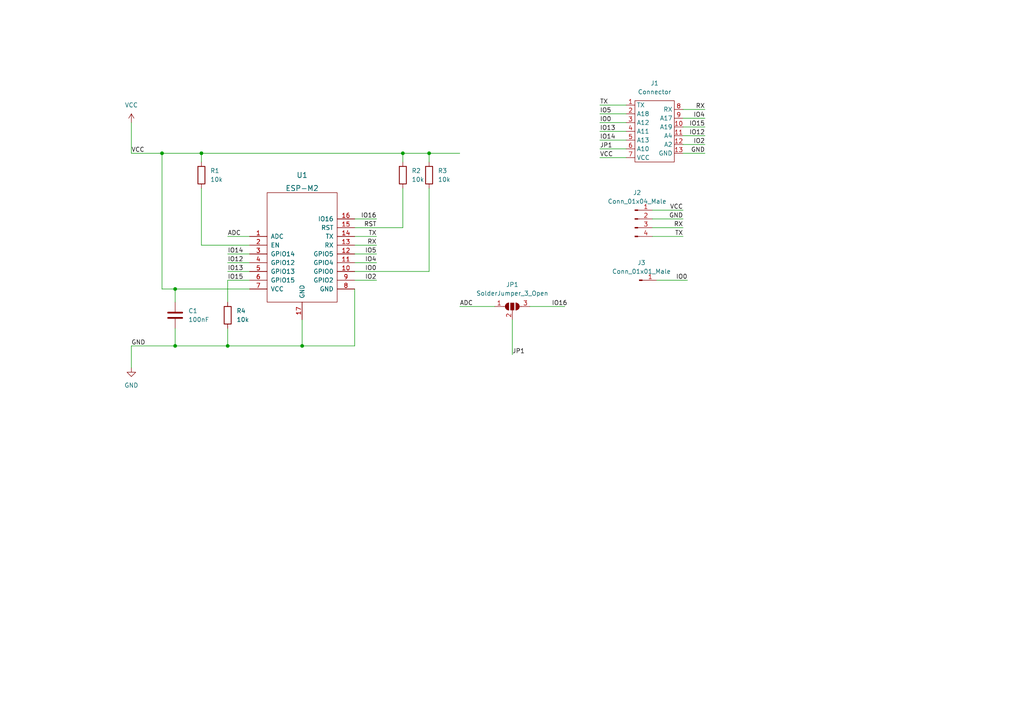
<source format=kicad_sch>
(kicad_sch (version 20211123) (generator eeschema)
  (paper "A4")
  (title_block (title "Gosund-ESPMod") (date "2023-05-02") (rev "3") (company "chrisklinger.de"))
  (lib_symbols
    (symbol "Connector:Conn_01x01_Male" (pin_names (offset 1.016) hide)
      (property "Reference" "J" (at 0 2.54 0))
      (property "Value" "Conn_01x01_Male" (at 0 -2.54 0))
      (symbol "Conn_01x01_Male_1_1"
        (polyline (pts (xy 1.27 0) (xy 0.8636 0)) (stroke (width 0.1524)))
        (rectangle (start 0.8636 0.127) (end 0 -0.127) (stroke (width 0.1524)) (fill (type outline)))
        (pin passive line (at 5.08 0 180) (length 3.81) (name "Pin_1") (number "1"))
      )
    )
    (symbol "Connector:Conn_01x04_Male" (pin_names (offset 1.016) hide)
      (property "Reference" "J" (at 0 5.08 0))
      (property "Value" "Conn_01x04_Male" (at 0 -7.62 0))
      (symbol "Conn_01x04_Male_1_1"
        (polyline (pts (xy 1.27 -5.08) (xy 0.8636 -5.08)) (stroke (width 0.1524)))
        (polyline (pts (xy 1.27 -2.54) (xy 0.8636 -2.54)) (stroke (width 0.1524)))
        (polyline (pts (xy 1.27 0) (xy 0.8636 0)) (stroke (width 0.1524)))
        (polyline (pts (xy 1.27 2.54) (xy 0.8636 2.54)) (stroke (width 0.1524)))
        (rectangle (start 0.8636 -4.953) (end 0 -5.207) (stroke (width 0.1524)) (fill (type outline)))
        (rectangle (start 0.8636 -2.413) (end 0 -2.667) (stroke (width 0.1524)) (fill (type outline)))
        (rectangle (start 0.8636 0.127) (end 0 -0.127) (stroke (width 0.1524)) (fill (type outline)))
        (rectangle (start 0.8636 2.667) (end 0 2.413) (stroke (width 0.1524)) (fill (type outline)))
        (pin passive line (at 5.08 2.54 180) (length 3.81) (name "Pin_1") (number "1"))
        (pin passive line (at 5.08 0 180) (length 3.81) (name "Pin_2") (number "2"))
        (pin passive line (at 5.08 -2.54 180) (length 3.81) (name "Pin_3") (number "3"))
        (pin passive line (at 5.08 -5.08 180) (length 3.81) (name "Pin_4") (number "4"))
      )
    )
    (symbol "Device:C" (pin_numbers hide) (pin_names (offset 0.254))
      (property "Reference" "C" (at 0.635 2.54 0))
      (property "Value" "C" (at 0.635 -2.54 0))
      (symbol "C_0_1"
        (polyline (pts (xy -2.032 -0.762) (xy 2.032 -0.762)) (stroke (width 0.508)))
        (polyline (pts (xy -2.032 0.762) (xy 2.032 0.762)) (stroke (width 0.508)))
      )
      (symbol "C_1_1"
        (pin passive line (at 0 3.81 270) (length 2.794) (name "~") (number "1"))
        (pin passive line (at 0 -3.81 90) (length 2.794) (name "~") (number "2"))
      )
    )
    (symbol "Device:R" (pin_numbers hide) (pin_names (offset 0))
      (property "Reference" "R" (at 2.032 0 90))
      (property "Value" "R" (at 0 0 90))
      (symbol "R_0_1"
        (rectangle (start -1.016 -2.54) (end 1.016 2.54) (stroke (width 0.254)))
      )
      (symbol "R_1_1"
        (pin passive line (at 0 3.81 270) (length 1.27) (name "~") (number "1"))
        (pin passive line (at 0 -3.81 90) (length 1.27) (name "~") (number "2"))
      )
    )
    (symbol "ESP8285:ESP-M2" (pin_names (offset 1.016))
      (property "Reference" "U?" (at 0 25.4 0))
      (property "Value" "ESP-M2" (at 0 21.59 0))
      (symbol "ESP-M2_0_1"
        (rectangle (start 10.16 20.32) (end -10.16 -11.43))
      )
      (symbol "ESP-M2_1_1"
        (pin input line (at -15.24 7.62 0) (length 5.08) (name "ADC") (number "1"))
        (pin input line (at 15.24 -2.54 180) (length 5.08) (name "GPIO0") (number "10"))
        (pin input line (at 15.24 0 180) (length 5.08) (name "GPIO4") (number "11"))
        (pin input line (at 15.24 2.54 180) (length 5.08) (name "GPIO5") (number "12"))
        (pin input line (at 15.24 5.08 180) (length 5.08) (name "RX") (number "13"))
        (pin input line (at 15.24 7.62 180) (length 5.08) (name "TX") (number "14"))
        (pin input line (at 15.24 10.16 180) (length 5.08) (name "RST") (number "15"))
        (pin input line (at 15.24 12.7 180) (length 5.08) (name "IO16") (number "16"))
        (pin input line (at 0 -16.51 90) (length 5.08) (name "GND") (number "17"))
        (pin input line (at -15.24 5.08 0) (length 5.08) (name "EN") (number "2"))
        (pin input line (at -15.24 2.54 0) (length 5.08) (name "GPIO14") (number "3"))
        (pin input line (at -15.24 0 0) (length 5.08) (name "GPIO12") (number "4"))
        (pin input line (at -15.24 -2.54 0) (length 5.08) (name "GPIO13") (number "5"))
        (pin input line (at -15.24 -5.08 0) (length 5.08) (name "GPIO15") (number "6"))
        (pin input line (at -15.24 -7.62 0) (length 5.08) (name "VCC") (number "7"))
        (pin input line (at 15.24 -7.62 180) (length 5.08) (name "GND") (number "8"))
        (pin input line (at 15.24 -5.08 180) (length 5.08) (name "GPIO2") (number "9"))
      )
    )
    (symbol "GosundSP112:Connector"
      (property "Reference" "J" (at 0 0 0))
      (property "Value" "Connector" (at 0 -1.27 0))
      (symbol "Connector_0_1"
        (rectangle (start -5.08 19.05) (end 6.35 1.27))
      )
      (symbol "Connector_1_1"
        (pin input line (at -7.62 17.78 0) (length 2.54) (name "TX") (number "1"))
        (pin input line (at 8.89 11.43 180) (length 2.54) (name "A19") (number "10"))
        (pin input line (at 8.89 8.89 180) (length 2.54) (name "A4") (number "11"))
        (pin input line (at 8.89 6.35 180) (length 2.54) (name "A2") (number "12"))
        (pin input line (at 8.89 3.81 180) (length 2.54) (name "GND") (number "13"))
        (pin input line (at -7.62 15.24 0) (length 2.54) (name "A18") (number "2"))
        (pin input line (at -7.62 12.7 0) (length 2.54) (name "A12") (number "3"))
        (pin input line (at -7.62 10.16 0) (length 2.54) (name "A11") (number "4"))
        (pin input line (at -7.62 7.62 0) (length 2.54) (name "A13") (number "5"))
        (pin input line (at -7.62 5.08 0) (length 2.54) (name "A10") (number "6"))
        (pin input line (at -7.62 2.54 0) (length 2.54) (name "VCC") (number "7"))
        (pin input line (at 8.89 16.51 180) (length 2.54) (name "RX") (number "8"))
        (pin input line (at 8.89 13.97 180) (length 2.54) (name "A17") (number "9"))
      )
    )
    (symbol "Jumper:SolderJumper_3_Open" (pin_names (offset 0) hide)
      (property "Reference" "JP" (at -2.54 -2.54 0))
      (property "Value" "SolderJumper_3_Open" (at 0 2.794 0))
      (symbol "SolderJumper_3_Open_0_1"
        (arc (start -1.016 1.016) (mid -2.032 0) (end -1.016 -1.016))
        (arc (start -1.016 1.016) (mid -2.032 0) (end -1.016 -1.016) (fill (type outline)))
        (rectangle (start -0.508 1.016) (end 0.508 -1.016) (fill (type outline)))
        (polyline (pts (xy -2.54 0) (xy -2.032 0)))
        (polyline (pts (xy -1.016 1.016) (xy -1.016 -1.016)))
        (polyline (pts (xy 0 -1.27) (xy 0 -1.016)))
        (polyline (pts (xy 1.016 1.016) (xy 1.016 -1.016)))
        (polyline (pts (xy 2.54 0) (xy 2.032 0)))
        (arc (start 1.016 -1.016) (mid 2.032 0) (end 1.016 1.016))
        (arc (start 1.016 -1.016) (mid 2.032 0) (end 1.016 1.016) (fill (type outline)))
      )
      (symbol "SolderJumper_3_Open_1_1"
        (pin passive line (at -5.08 0 0) (length 2.54) (name "A") (number "1"))
        (pin passive line (at 0 -3.81 90) (length 2.54) (name "C") (number "2"))
        (pin passive line (at 5.08 0 180) (length 2.54) (name "B") (number "3"))
      )
    )
    (symbol "power:GND" (power) (pin_names (offset 0))
      (property "Value" "GND" (at 0 -3.81 0))
      (symbol "GND_0_1"
        (polyline (pts (xy 0 0) (xy 0 -1.27) (xy 1.27 -1.27) (xy 0 -2.54) (xy -1.27 -1.27) (xy 0 -1.27)))
      )
      (symbol "GND_1_1"
        (pin power_in line (at 0 0 270) (length 0) hide (name "GND") (number "1"))
      )
    )
    (symbol "power:VCC" (power) (pin_names (offset 0))
      (property "Value" "VCC" (at 0 3.81 0))
      (symbol "VCC_0_1"
        (polyline (pts (xy -0.762 1.27) (xy 0 2.54)))
        (polyline (pts (xy 0 0) (xy 0 2.54)))
        (polyline (pts (xy 0 2.54) (xy 0.762 1.27)))
      )
      (symbol "VCC_1_1"
        (pin power_in line (at 0 0 90) (length 0) hide (name "VCC") (number "1"))
      )
    )
  )
  (junction (at 50.8 100.33))
  (junction (at 50.8 83.82))
  (junction (at 58.42 44.45))
  (junction (at 116.84 44.45))
  (junction (at 124.46 44.45))
  (junction (at 87.63 100.33))
  (junction (at 46.99 44.45))
  (junction (at 66.04 100.33))
  (wire (pts (xy 66.04 78.74) (xy 72.39 78.74)))
  (wire (pts (xy 50.8 95.25) (xy 50.8 100.33)))
  (wire (pts (xy 38.1 35.56) (xy 38.1 44.45)))
  (wire (pts (xy 198.12 34.29) (xy 204.47 34.29)))
  (wire (pts (xy 173.99 40.64) (xy 181.61 40.64)))
  (wire (pts (xy 189.23 66.04) (xy 198.12 66.04)))
  (wire (pts (xy 66.04 100.33) (xy 87.63 100.33)))
  (wire (pts (xy 102.87 81.28) (xy 109.22 81.28)))
  (wire (pts (xy 204.47 31.75) (xy 198.12 31.75)))
  (wire (pts (xy 102.87 73.66) (xy 109.22 73.66)))
  (wire (pts (xy 116.84 66.04) (xy 116.84 54.61)))
  (wire (pts (xy 46.99 44.45) (xy 46.99 83.82)))
  (wire (pts (xy 66.04 95.25) (xy 66.04 100.33)))
  (wire (pts (xy 173.99 33.02) (xy 181.61 33.02)))
  (wire (pts (xy 58.42 44.45) (xy 116.84 44.45)))
  (wire (pts (xy 124.46 44.45) (xy 133.35 44.45)))
  (wire (pts (xy 102.87 66.04) (xy 116.84 66.04)))
  (wire (pts (xy 87.63 92.71) (xy 87.63 100.33)))
  (wire (pts (xy 173.99 30.48) (xy 181.61 30.48)))
  (wire (pts (xy 38.1 44.45) (xy 46.99 44.45)))
  (wire (pts (xy 148.59 92.71) (xy 148.59 102.87)))
  (wire (pts (xy 116.84 44.45) (xy 116.84 46.99)))
  (wire (pts (xy 66.04 76.2) (xy 72.39 76.2)))
  (wire (pts (xy 190.5 81.28) (xy 199.39 81.28)))
  (wire (pts (xy 72.39 71.12) (xy 58.42 71.12)))
  (wire (pts (xy 173.99 38.1) (xy 181.61 38.1)))
  (wire (pts (xy 198.12 41.91) (xy 204.47 41.91)))
  (wire (pts (xy 102.87 76.2) (xy 109.22 76.2)))
  (wire (pts (xy 102.87 68.58) (xy 109.22 68.58)))
  (wire (pts (xy 50.8 83.82) (xy 72.39 83.82)))
  (wire (pts (xy 204.47 44.45) (xy 198.12 44.45)))
  (wire (pts (xy 46.99 83.82) (xy 50.8 83.82)))
  (wire (pts (xy 58.42 44.45) (xy 58.42 46.99)))
  (wire (pts (xy 133.35 88.9) (xy 143.51 88.9)))
  (wire (pts (xy 102.87 63.5) (xy 109.22 63.5)))
  (wire (pts (xy 102.87 100.33) (xy 87.63 100.33)))
  (wire (pts (xy 66.04 73.66) (xy 72.39 73.66)))
  (wire (pts (xy 50.8 100.33) (xy 66.04 100.33)))
  (wire (pts (xy 38.1 100.33) (xy 38.1 106.68)))
  (wire (pts (xy 173.99 45.72) (xy 181.61 45.72)))
  (wire (pts (xy 38.1 100.33) (xy 50.8 100.33)))
  (wire (pts (xy 198.12 36.83) (xy 204.47 36.83)))
  (wire (pts (xy 189.23 68.58) (xy 198.12 68.58)))
  (wire (pts (xy 66.04 87.63) (xy 66.04 81.28)))
  (wire (pts (xy 66.04 81.28) (xy 72.39 81.28)))
  (wire (pts (xy 124.46 78.74) (xy 124.46 54.61)))
  (wire (pts (xy 50.8 83.82) (xy 50.8 87.63)))
  (wire (pts (xy 198.12 39.37) (xy 204.47 39.37)))
  (wire (pts (xy 153.67 88.9) (xy 163.83 88.9)))
  (wire (pts (xy 46.99 44.45) (xy 58.42 44.45)))
  (wire (pts (xy 102.87 83.82) (xy 102.87 100.33)))
  (wire (pts (xy 173.99 43.18) (xy 181.61 43.18)))
  (wire (pts (xy 173.99 35.56) (xy 181.61 35.56)))
  (wire (pts (xy 102.87 71.12) (xy 109.22 71.12)))
  (wire (pts (xy 189.23 63.5) (xy 198.12 63.5)))
  (wire (pts (xy 189.23 60.96) (xy 198.12 60.96)))
  (wire (pts (xy 102.87 78.74) (xy 124.46 78.74)))
  (wire (pts (xy 116.84 44.45) (xy 124.46 44.45)))
  (wire (pts (xy 58.42 71.12) (xy 58.42 54.61)))
  (wire (pts (xy 66.04 68.58) (xy 72.39 68.58)))
  (wire (pts (xy 124.46 44.45) (xy 124.46 46.99)))
  (label "ADC" (at 133.35 88.9 0))
  (label "TX" (at 173.99 30.48 0))
  (label "RX" (at 204.47 31.75 180))
  (label "JP1" (at 148.59 102.87 0))
  (label "TX" (at 109.22 68.58 180))
  (label "IO0" (at 173.99 35.56 0))
  (label "IO12" (at 204.47 39.37 180))
  (label "IO15" (at 66.04 81.28 0))
  (label "IO14" (at 66.04 73.66 0))
  (label "IO2" (at 204.47 41.91 180))
  (label "IO5" (at 173.99 33.02 0))
  (label "VCC" (at 198.12 60.96 180))
  (label "JP1" (at 173.99 43.18 0))
  (label "VCC" (at 173.99 45.72 0))
  (label "IO5" (at 109.22 73.66 180))
  (label "RX" (at 109.22 71.12 180))
  (label "IO15" (at 204.47 36.83 180))
  (label "GND" (at 198.12 63.5 180))
  (label "IO16" (at 160.02 88.9 0))
  (label "IO13" (at 173.99 38.1 0))
  (label "IO0" (at 199.39 81.28 180))
  (label "RX" (at 198.12 66.04 180))
  (label "GND" (at 204.47 44.45 180))
  (label "TX" (at 198.12 68.58 180))
  (label "VCC" (at 38.1 44.45 0))
  (label "GND" (at 38.1 100.33 0))
  (label "IO2" (at 109.22 81.28 180))
  (label "IO13" (at 66.04 78.74 0))
  (label "ADC" (at 66.04 68.58 0))
  (label "IO14" (at 173.99 40.64 0))
  (label "IO4" (at 204.47 34.29 180))
  (label "IO12" (at 66.04 76.2 0))
  (label "IO16" (at 109.22 63.5 180))
  (label "IO0" (at 109.22 78.74 180))
  (label "RST" (at 109.22 66.04 180))
  (label "IO4" (at 109.22 76.2 180))
  (symbol (lib_id "Device:R") (at 58.42 50.8 0) (unit 1)
    (property "Reference" "R1" (at 60.96 49.5299 0) (effects (justify left)))
    (property "Value" "10k" (at 60.96 52.0699 0) (effects (justify left)))
    (property "Footprint" "Resistor_SMD:R_0805_2012Metric_Pad1.20x1.40mm_HandSolder" (effects hide))
  )
  (symbol (lib_id "Connector:Conn_01x01_Male") (at 185.42 81.28 0) (unit 1)
    (property "Reference" "J3" (at 186.055 76.2 0))
    (property "Value" "Conn_01x01_Male" (at 186.055 78.74 0))
    (property "Footprint" "GosundSP112:IO0" (effects hide))
  )
  (symbol (lib_id "ESP8285:ESP-M2") (at 87.63 76.2 0) (unit 1)
    (property "Reference" "U1" (at 87.63 50.8 0) (effects (font (size 1.524 1.524))))
    (property "Value" "ESP-M2" (at 87.63 54.61 0) (effects (font (size 1.524 1.524))))
    (property "Footprint" "ESP8285:ESP-M2" (effects hide))
  )
  (symbol (lib_id "Device:R") (at 124.46 50.8 0) (unit 1)
    (property "Reference" "R3" (at 127 49.5299 0) (effects (justify left)))
    (property "Value" "10k" (at 127 52.0699 0) (effects (justify left)))
    (property "Footprint" "Resistor_SMD:R_0805_2012Metric_Pad1.20x1.40mm_HandSolder" (effects hide))
  )
  (symbol (lib_id "Device:R") (at 66.04 91.44 0) (unit 1)
    (property "Reference" "R4" (at 68.58 90.1699 0) (effects (justify left)))
    (property "Value" "10k" (at 68.58 92.7099 0) (effects (justify left)))
    (property "Footprint" "Resistor_SMD:R_0805_2012Metric_Pad1.20x1.40mm_HandSolder" (effects hide))
  )
  (symbol (lib_id "power:VCC") (at 38.1 35.56 0) (unit 1)
    (property "Reference" "#PWR0101" (effects hide))
    (property "Value" "VCC" (at 38.1 30.48 0))
  )
  (symbol (lib_id "Connector:Conn_01x04_Male") (at 184.15 63.5 0) (unit 1)
    (property "Reference" "J2" (at 184.785 55.88 0))
    (property "Value" "Conn_01x04_Male" (at 184.785 58.42 0))
    (property "Footprint" "GosundSP112:FDTI" (effects hide))
  )
  (symbol (lib_id "Device:C") (at 50.8 91.44 0) (unit 1)
    (property "Reference" "C1" (at 54.61 90.1699 0) (effects (justify left)))
    (property "Value" "100nF" (at 54.61 92.7099 0) (effects (justify left)))
    (property "Footprint" "Capacitor_SMD:C_0805_2012Metric_Pad1.18x1.45mm_HandSolder" (effects hide))
  )
  (symbol (lib_id "Device:R") (at 116.84 50.8 0) (unit 1)
    (property "Reference" "R2" (at 119.38 49.5299 0) (effects (justify left)))
    (property "Value" "10k" (at 119.38 52.0699 0) (effects (justify left)))
    (property "Footprint" "Resistor_SMD:R_0805_2012Metric_Pad1.20x1.40mm_HandSolder" (effects hide))
  )
  (symbol (lib_id "power:GND") (at 38.1 106.68 0) (unit 1)
    (property "Reference" "#PWR0102" (effects hide))
    (property "Value" "GND" (at 38.1 111.76 0))
  )
  (symbol (lib_id "GosundSP112:Connector") (at 189.23 48.26 0) (unit 1)
    (property "Reference" "J1" (at 189.865 24.13 0))
    (property "Value" "Connector" (at 189.865 26.67 0))
    (property "Footprint" "GosundSP112:PCBConnector" (effects hide))
  )
  (symbol (lib_id "Jumper:SolderJumper_3_Open") (at 148.59 88.9 0) (unit 1)
    (property "Reference" "JP1" (at 148.59 82.55 0))
    (property "Value" "SolderJumper_3_Open" (at 148.59 85.09 0))
    (property "Footprint" "Jumper:SolderJumper-3_P1.3mm_Open_Pad1.0x1.5mm" (effects hide))
  )
)
</source>
